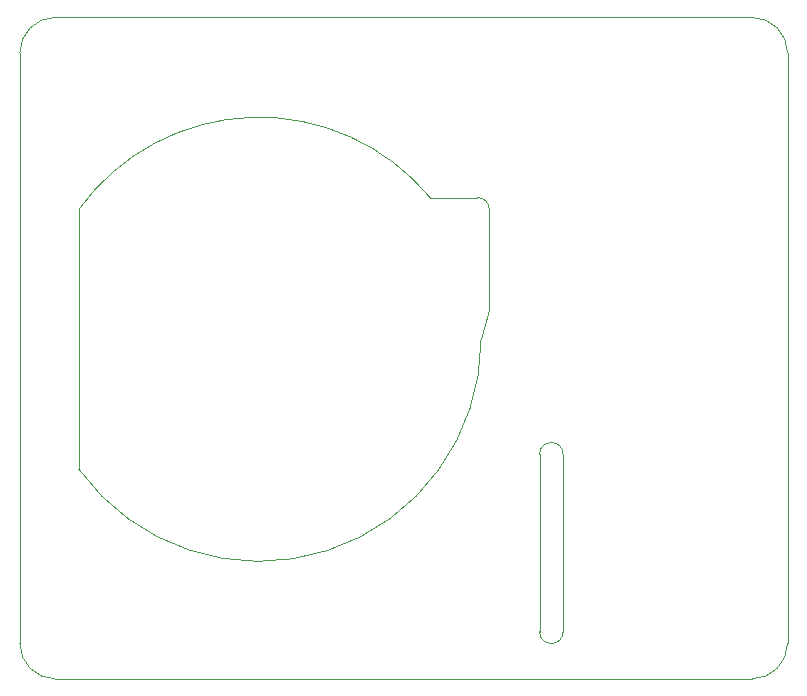
<source format=gbr>
%TF.GenerationSoftware,KiCad,Pcbnew,7.0.2*%
%TF.CreationDate,2023-08-03T10:05:33+01:00*%
%TF.ProjectId,ElectriPi,456c6563-7472-4695-9069-2e6b69636164,rev?*%
%TF.SameCoordinates,Original*%
%TF.FileFunction,Profile,NP*%
%FSLAX46Y46*%
G04 Gerber Fmt 4.6, Leading zero omitted, Abs format (unit mm)*
G04 Created by KiCad (PCBNEW 7.0.2) date 2023-08-03 10:05:33*
%MOMM*%
%LPD*%
G01*
G04 APERTURE LIST*
%TA.AperFunction,Profile*%
%ADD10C,0.100000*%
%TD*%
G04 APERTURE END LIST*
D10*
X85250000Y-71750000D02*
X85250000Y-106250000D01*
X150250000Y-56250000D02*
G75*
G03*
X147250000Y-53250000I-3000000J0D01*
G01*
X129250000Y-90250000D02*
X129250000Y-105250000D01*
X85250000Y-106250000D02*
G75*
G03*
X88250000Y-109250000I3000000J0D01*
G01*
X88250000Y-109250000D02*
X147250000Y-109250000D01*
X147250000Y-109250000D02*
G75*
G03*
X150250000Y-106250000I0J3000000D01*
G01*
X131250000Y-90250000D02*
G75*
G03*
X129250000Y-90250000I-1000000J0D01*
G01*
X131250000Y-90250000D02*
X131250000Y-105250000D01*
X88250000Y-53250000D02*
X147250000Y-53250000D01*
X88250000Y-53250000D02*
G75*
G03*
X85250000Y-56250000I0J-3000000D01*
G01*
X129250000Y-105250000D02*
G75*
G03*
X131250000Y-105250000I1000000J0D01*
G01*
X85250000Y-56250000D02*
X85250000Y-71750000D01*
X150250000Y-56250000D02*
X150250000Y-106250000D01*
%TO.C,U2*%
X90250000Y-69500000D02*
X90250000Y-91500000D01*
X119985921Y-68511650D02*
X123999999Y-68500000D01*
X124303256Y-80500000D02*
X124999999Y-78000000D01*
X124999999Y-78000000D02*
X124999999Y-69500000D01*
X119985920Y-68511651D02*
G75*
G03*
X90250001Y-69500001I-14485921J-11988349D01*
G01*
X125000000Y-69500000D02*
G75*
G03*
X123999999Y-68500000I-999900J100D01*
G01*
X90250000Y-91500000D02*
G75*
G03*
X124303256Y-80500000I15249999J11000000D01*
G01*
%TD*%
M02*

</source>
